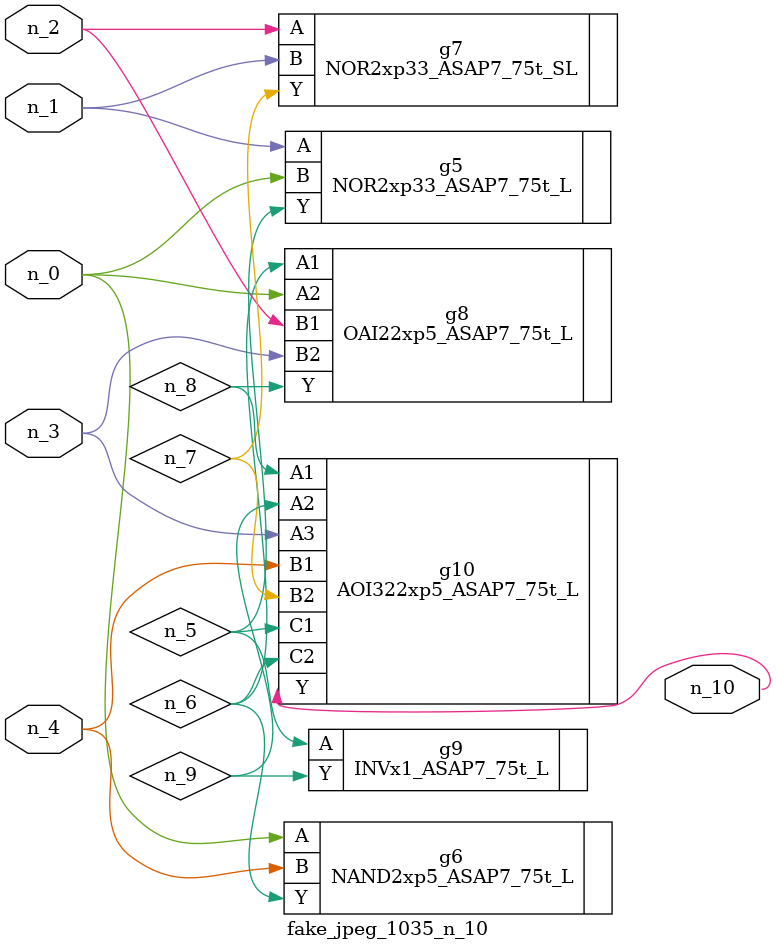
<source format=v>
module fake_jpeg_1035_n_10 (n_3, n_2, n_1, n_0, n_4, n_10);

input n_3;
input n_2;
input n_1;
input n_0;
input n_4;

output n_10;

wire n_8;
wire n_9;
wire n_6;
wire n_5;
wire n_7;

NOR2xp33_ASAP7_75t_L g5 ( 
.A(n_1),
.B(n_0),
.Y(n_5)
);

NAND2xp5_ASAP7_75t_L g6 ( 
.A(n_0),
.B(n_4),
.Y(n_6)
);

NOR2xp33_ASAP7_75t_SL g7 ( 
.A(n_2),
.B(n_1),
.Y(n_7)
);

OAI22xp5_ASAP7_75t_L g8 ( 
.A1(n_6),
.A2(n_0),
.B1(n_2),
.B2(n_3),
.Y(n_8)
);

AOI322xp5_ASAP7_75t_L g10 ( 
.A1(n_8),
.A2(n_9),
.A3(n_3),
.B1(n_4),
.B2(n_7),
.C1(n_5),
.C2(n_6),
.Y(n_10)
);

INVx1_ASAP7_75t_L g9 ( 
.A(n_5),
.Y(n_9)
);


endmodule
</source>
